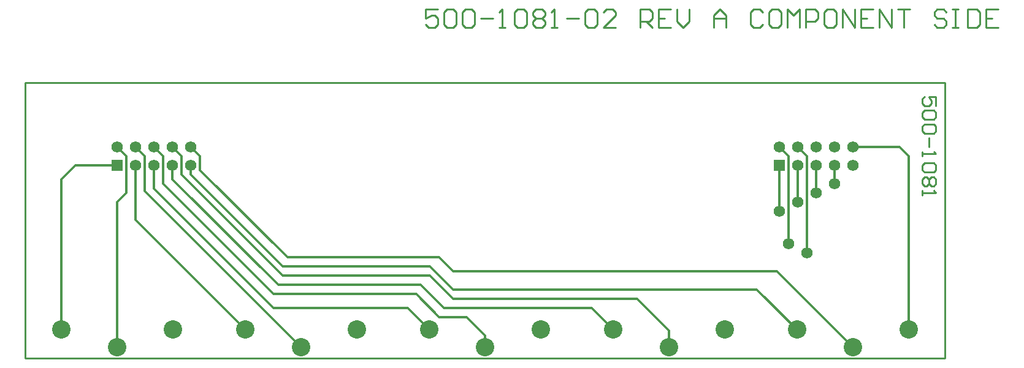
<source format=gtl>
%FSLAX24Y24*%
%MOIN*%
G70*
G01*
G75*
G04 Layer_Physical_Order=1*
G04 Layer_Color=255*
%ADD10C,0.0120*%
%ADD11C,0.0100*%
%ADD12C,0.1000*%
%ADD13C,0.0620*%
%ADD14R,0.0620X0.0620*%
D10*
X39750Y3750D02*
X41968Y1584D01*
X33250Y3250D02*
X35000Y1500D01*
X22000Y4500D02*
X23250Y3250D01*
X8500Y10000D02*
X14000Y4500D01*
X40850Y4750D02*
X45000Y600D01*
X9500Y10250D02*
X14250Y5500D01*
X22000Y5000D02*
X23250Y3750D01*
X7500Y9500D02*
X13500Y3500D01*
X21250D02*
X22500Y2250D01*
X21500Y4000D02*
X22750Y2750D01*
X8000Y9750D02*
X13750Y4000D01*
X9000Y10000D02*
X14000Y5000D01*
X30803Y2750D02*
X31969Y1584D01*
X20803Y2750D02*
X21969Y1584D01*
X7000Y9250D02*
X13500Y2750D01*
X6500Y9100D02*
X15000Y600D01*
X6000Y7553D02*
X11968Y1584D01*
X47531Y11500D02*
X48032Y11000D01*
X42000Y11500D02*
X42500Y11000D01*
X41000Y11500D02*
X41500Y11000D01*
X24000Y2250D02*
X25000Y1250D01*
X22500Y5500D02*
X23250Y4750D01*
X8000Y11500D02*
X8500Y11000D01*
X9000Y11500D02*
X9500Y11000D01*
X7000Y11500D02*
X7500Y11000D01*
X6000Y11500D02*
X6500Y11000D01*
X5000Y11500D02*
X5500Y11000D01*
X5000Y8500D02*
X5500Y9000D01*
X1969Y9750D02*
X2718Y10500D01*
X48032Y1584D02*
Y11000D01*
X44000Y9500D02*
Y10500D01*
X43000Y9000D02*
Y10500D01*
X42500Y5750D02*
Y11000D01*
X42000Y8500D02*
Y10500D01*
X41500Y6250D02*
Y11000D01*
X41000Y8000D02*
Y10500D01*
X35000Y500D02*
Y600D01*
Y500D02*
Y1500D01*
X25000Y600D02*
Y1250D01*
X8500Y10000D02*
Y11000D01*
X9500Y10250D02*
Y11000D01*
X8000Y9750D02*
Y10500D01*
X9000Y10000D02*
Y10500D01*
X7500Y9500D02*
Y11000D01*
X7000Y9250D02*
Y10500D01*
X6500Y9100D02*
Y11000D01*
X6000Y7553D02*
Y10500D01*
X5000Y600D02*
Y8500D01*
X5500Y9000D02*
Y11000D01*
X1969Y1584D02*
Y9750D01*
X45000Y11500D02*
X47531D01*
X2718Y10500D02*
X5000D01*
X14000Y4500D02*
X22000D01*
X14250Y5500D02*
X22500D01*
X23250Y4750D02*
X40850D01*
X23250Y3750D02*
X39750D01*
X13750Y4000D02*
X21500D01*
X14000Y5000D02*
X22000D01*
X23250Y3250D02*
X33250D01*
X13500Y3500D02*
X21250D01*
X22500Y2250D02*
X24000D01*
X22750Y2750D02*
X30803D01*
X13500D02*
X20803D01*
D11*
X49500Y13750D02*
Y14250D01*
X49125D01*
X49250Y14000D01*
Y13875D01*
X49125Y13750D01*
X48875D01*
X48750Y13875D01*
Y14125D01*
X48875Y14250D01*
X49375Y13500D02*
X49500Y13375D01*
Y13125D01*
X49375Y13000D01*
X48875D01*
X48750Y13125D01*
Y13375D01*
X48875Y13500D01*
X49375D01*
Y12750D02*
X49500Y12626D01*
Y12376D01*
X49375Y12251D01*
X48875D01*
X48750Y12376D01*
Y12626D01*
X48875Y12750D01*
X49375D01*
X49125Y12001D02*
Y11501D01*
X48750Y11251D02*
Y11001D01*
Y11126D01*
X49500D01*
X49375Y11251D01*
Y10626D02*
X49500Y10501D01*
Y10251D01*
X49375Y10126D01*
X48875D01*
X48750Y10251D01*
Y10501D01*
X48875Y10626D01*
X49375D01*
Y9876D02*
X49500Y9751D01*
Y9502D01*
X49375Y9377D01*
X49250D01*
X49125Y9502D01*
X49000Y9377D01*
X48875D01*
X48750Y9502D01*
Y9751D01*
X48875Y9876D01*
X49000D01*
X49125Y9751D01*
X49250Y9876D01*
X49375D01*
X49125Y9751D02*
Y9502D01*
X48750Y9127D02*
Y8877D01*
Y9002D01*
X49500D01*
X49375Y9127D01*
X22416Y19000D02*
X21750D01*
Y18500D01*
X22083Y18666D01*
X22250D01*
X22416Y18500D01*
Y18167D01*
X22250Y18000D01*
X21917D01*
X21750Y18167D01*
X22750Y18833D02*
X22916Y19000D01*
X23250D01*
X23416Y18833D01*
Y18167D01*
X23250Y18000D01*
X22916D01*
X22750Y18167D01*
Y18833D01*
X23749D02*
X23916Y19000D01*
X24249D01*
X24416Y18833D01*
Y18167D01*
X24249Y18000D01*
X23916D01*
X23749Y18167D01*
Y18833D01*
X24749Y18500D02*
X25415D01*
X25749Y18000D02*
X26082D01*
X25915D01*
Y19000D01*
X25749Y18833D01*
X26582D02*
X26748Y19000D01*
X27082D01*
X27248Y18833D01*
Y18167D01*
X27082Y18000D01*
X26748D01*
X26582Y18167D01*
Y18833D01*
X27581D02*
X27748Y19000D01*
X28081D01*
X28248Y18833D01*
Y18666D01*
X28081Y18500D01*
X28248Y18333D01*
Y18167D01*
X28081Y18000D01*
X27748D01*
X27581Y18167D01*
Y18333D01*
X27748Y18500D01*
X27581Y18666D01*
Y18833D01*
X27748Y18500D02*
X28081D01*
X28581Y18000D02*
X28914D01*
X28748D01*
Y19000D01*
X28581Y18833D01*
X29414Y18500D02*
X30081D01*
X30414Y18833D02*
X30580Y19000D01*
X30914D01*
X31080Y18833D01*
Y18167D01*
X30914Y18000D01*
X30580D01*
X30414Y18167D01*
Y18833D01*
X32080Y18000D02*
X31414D01*
X32080Y18666D01*
Y18833D01*
X31913Y19000D01*
X31580D01*
X31414Y18833D01*
X33413Y18000D02*
Y19000D01*
X33913D01*
X34079Y18833D01*
Y18500D01*
X33913Y18333D01*
X33413D01*
X33746D02*
X34079Y18000D01*
X35079Y19000D02*
X34413D01*
Y18000D01*
X35079D01*
X34413Y18500D02*
X34746D01*
X35412Y19000D02*
Y18333D01*
X35745Y18000D01*
X36079Y18333D01*
Y19000D01*
X37412Y18000D02*
Y18666D01*
X37745Y19000D01*
X38078Y18666D01*
Y18000D01*
Y18500D01*
X37412D01*
X40077Y18833D02*
X39911Y19000D01*
X39578D01*
X39411Y18833D01*
Y18167D01*
X39578Y18000D01*
X39911D01*
X40077Y18167D01*
X40910Y19000D02*
X40577D01*
X40411Y18833D01*
Y18167D01*
X40577Y18000D01*
X40910D01*
X41077Y18167D01*
Y18833D01*
X40910Y19000D01*
X41410Y18000D02*
Y19000D01*
X41744Y18666D01*
X42077Y19000D01*
Y18000D01*
X42410D02*
Y19000D01*
X42910D01*
X43076Y18833D01*
Y18500D01*
X42910Y18333D01*
X42410D01*
X43910Y19000D02*
X43576D01*
X43410Y18833D01*
Y18167D01*
X43576Y18000D01*
X43910D01*
X44076Y18167D01*
Y18833D01*
X43910Y19000D01*
X44409Y18000D02*
Y19000D01*
X45076Y18000D01*
Y19000D01*
X46075D02*
X45409D01*
Y18000D01*
X46075D01*
X45409Y18500D02*
X45742D01*
X46409Y18000D02*
Y19000D01*
X47075Y18000D01*
Y19000D01*
X47408D02*
X48075D01*
X47742D01*
Y18000D01*
X50074Y18833D02*
X49908Y19000D01*
X49574D01*
X49408Y18833D01*
Y18666D01*
X49574Y18500D01*
X49908D01*
X50074Y18333D01*
Y18167D01*
X49908Y18000D01*
X49574D01*
X49408Y18167D01*
X50407Y19000D02*
X50741D01*
X50574D01*
Y18000D01*
X50407D01*
X50741D01*
X51240Y19000D02*
Y18000D01*
X51740D01*
X51907Y18167D01*
Y18833D01*
X51740Y19000D01*
X51240D01*
X52907D02*
X52240D01*
Y18000D01*
X52907D01*
X52240Y18500D02*
X52573D01*
X0Y0D02*
Y15000D01*
X50000Y0D02*
Y15000D01*
X0D02*
X50000D01*
X0Y0D02*
X50000D01*
D12*
X8031Y1584D02*
D03*
X1969D02*
D03*
X5000Y600D02*
D03*
X18032Y1584D02*
D03*
X11968D02*
D03*
X15000Y600D02*
D03*
X38031Y1584D02*
D03*
X31969D02*
D03*
X35000Y600D02*
D03*
X28031Y1584D02*
D03*
X21969D02*
D03*
X25000Y600D02*
D03*
X48032Y1584D02*
D03*
X41968D02*
D03*
X45000Y600D02*
D03*
D13*
X8000Y11500D02*
D03*
X5000D02*
D03*
X6000Y10500D02*
D03*
Y11500D02*
D03*
X7000Y10500D02*
D03*
Y11500D02*
D03*
X8000Y10500D02*
D03*
X9000D02*
D03*
Y11500D02*
D03*
X44000D02*
D03*
X41000D02*
D03*
X42000Y10500D02*
D03*
Y11500D02*
D03*
X43000Y10500D02*
D03*
Y11500D02*
D03*
X44000Y10500D02*
D03*
X45000D02*
D03*
Y11500D02*
D03*
X44000Y9500D02*
D03*
X43000Y9000D02*
D03*
X41000Y8000D02*
D03*
X42500Y5750D02*
D03*
X42000Y8500D02*
D03*
X41500Y6250D02*
D03*
D14*
X5000Y10500D02*
D03*
X41000D02*
D03*
M02*

</source>
